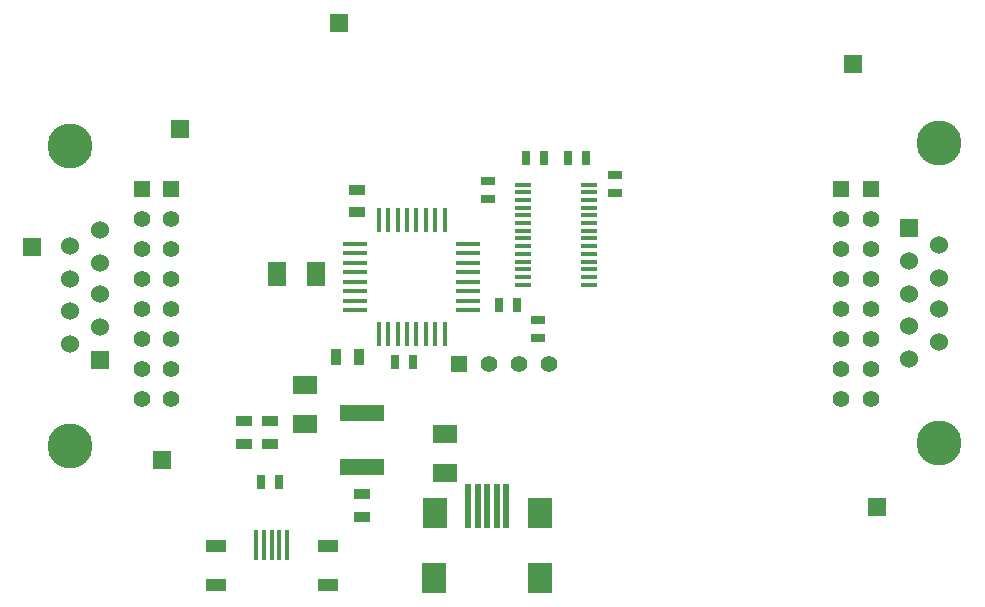
<source format=gbs>
G04 (created by PCBNEW (2013-jul-07)-stable) date śro, 10 cze 2015, 22:30:10*
%MOIN*%
G04 Gerber Fmt 3.4, Leading zero omitted, Abs format*
%FSLAX34Y34*%
G01*
G70*
G90*
G04 APERTURE LIST*
%ADD10C,0.00590551*%
%ADD11R,0.0579X0.0165*%
%ADD12C,0.15*%
%ADD13R,0.06X0.06*%
%ADD14C,0.06*%
%ADD15R,0.08X0.06*%
%ADD16R,0.06X0.08*%
%ADD17R,0.035X0.055*%
%ADD18R,0.055X0.035*%
%ADD19R,0.025X0.045*%
%ADD20R,0.045X0.025*%
%ADD21R,0.0787X0.0177*%
%ADD22R,0.0177X0.0787*%
%ADD23R,0.015748X0.0984252*%
%ADD24R,0.0708661X0.0393701*%
%ADD25R,0.055X0.055*%
%ADD26C,0.055*%
%ADD27R,0.0196X0.145669*%
%ADD28R,0.0787X0.0984*%
%ADD29R,0.15X0.055*%
%ADD30R,0.0590551X0.0590551*%
G04 APERTURE END LIST*
G54D10*
G54D11*
X66397Y-36269D03*
X66397Y-36525D03*
X66397Y-36781D03*
X66397Y-37037D03*
X64195Y-35505D03*
X66397Y-35501D03*
X66397Y-35757D03*
X66397Y-36013D03*
X64193Y-37293D03*
X64193Y-37037D03*
X64193Y-36781D03*
X64193Y-36525D03*
X64193Y-36269D03*
X64193Y-36013D03*
X66397Y-37293D03*
X64195Y-35757D03*
X66397Y-35245D03*
X66397Y-37549D03*
X64193Y-37549D03*
X64193Y-35245D03*
X66397Y-34990D03*
X66397Y-37804D03*
X64193Y-37804D03*
X64193Y-34990D03*
X66397Y-34734D03*
X66397Y-38060D03*
X64193Y-38060D03*
X64193Y-34734D03*
G54D12*
X49106Y-43435D03*
X49106Y-33435D03*
G54D13*
X50106Y-40585D03*
G54D14*
X50106Y-39485D03*
X50106Y-38385D03*
X50106Y-37335D03*
X50106Y-36235D03*
X49106Y-36785D03*
X49106Y-37885D03*
X49106Y-38935D03*
X49106Y-40035D03*
G54D12*
X78059Y-33335D03*
X78059Y-43335D03*
G54D13*
X77059Y-36185D03*
G54D14*
X77059Y-37285D03*
X77059Y-38385D03*
X77059Y-39435D03*
X77059Y-40535D03*
X78059Y-39985D03*
X78059Y-38885D03*
X78059Y-37835D03*
X78059Y-36735D03*
G54D15*
X56929Y-42697D03*
X56929Y-41397D03*
G54D16*
X57303Y-37696D03*
X56003Y-37696D03*
G54D17*
X57971Y-40472D03*
X58721Y-40472D03*
G54D18*
X55748Y-43367D03*
X55748Y-42617D03*
X54881Y-43367D03*
X54881Y-42617D03*
X58661Y-34900D03*
X58661Y-35650D03*
G54D19*
X60536Y-40629D03*
X59936Y-40629D03*
G54D20*
X63031Y-34621D03*
X63031Y-35221D03*
G54D19*
X64306Y-33838D03*
X64906Y-33838D03*
G54D20*
X67244Y-34424D03*
X67244Y-35024D03*
G54D19*
X65684Y-33838D03*
X66284Y-33838D03*
G54D21*
X58596Y-36702D03*
X58596Y-37017D03*
X58596Y-37332D03*
X58596Y-37647D03*
X58596Y-37962D03*
X58596Y-38277D03*
X58596Y-38592D03*
X58596Y-38907D03*
X62362Y-38905D03*
X62362Y-36695D03*
X62362Y-37015D03*
X62362Y-37335D03*
X62362Y-37645D03*
X62362Y-37965D03*
X62362Y-38275D03*
X62362Y-38595D03*
G54D22*
X59380Y-39695D03*
X59694Y-39695D03*
X60010Y-39695D03*
X60324Y-39695D03*
X60640Y-39695D03*
X60954Y-39695D03*
X61270Y-39695D03*
X61584Y-39695D03*
X59382Y-35915D03*
X59692Y-35915D03*
X60012Y-35915D03*
X60322Y-35915D03*
X60632Y-35915D03*
X60952Y-35915D03*
X61272Y-35915D03*
X61592Y-35915D03*
G54D23*
X55807Y-46751D03*
X56062Y-46751D03*
X55295Y-46751D03*
X55551Y-46751D03*
X56318Y-46751D03*
G54D24*
X57696Y-46771D03*
X57696Y-48070D03*
X53956Y-46771D03*
X53956Y-48070D03*
G54D25*
X74803Y-34885D03*
G54D26*
X74803Y-35885D03*
X74803Y-36885D03*
X74803Y-37885D03*
X74803Y-38885D03*
X74803Y-39885D03*
X74803Y-40885D03*
X74803Y-41885D03*
G54D19*
X64000Y-38740D03*
X63400Y-38740D03*
G54D27*
X62992Y-45433D03*
X63307Y-45433D03*
X62362Y-45433D03*
X62677Y-45433D03*
G54D28*
X61221Y-47834D03*
X64763Y-47834D03*
X61260Y-45669D03*
X64763Y-45669D03*
G54D27*
X63622Y-45433D03*
G54D29*
X58818Y-44128D03*
X58818Y-42328D03*
G54D25*
X51476Y-34885D03*
G54D26*
X51476Y-35885D03*
X51476Y-36885D03*
X51476Y-37885D03*
X51476Y-38885D03*
X51476Y-39885D03*
X51476Y-40885D03*
X51476Y-41885D03*
G54D25*
X75787Y-34885D03*
G54D26*
X75787Y-35885D03*
X75787Y-36885D03*
X75787Y-37885D03*
X75787Y-38885D03*
X75787Y-39885D03*
X75787Y-40885D03*
X75787Y-41885D03*
G54D25*
X62043Y-40708D03*
G54D26*
X63043Y-40708D03*
X64043Y-40708D03*
X65043Y-40708D03*
G54D25*
X52460Y-34885D03*
G54D26*
X52460Y-35885D03*
X52460Y-36885D03*
X52460Y-37885D03*
X52460Y-38885D03*
X52460Y-39885D03*
X52460Y-40885D03*
X52460Y-41885D03*
G54D15*
X61574Y-43050D03*
X61574Y-44350D03*
G54D18*
X58818Y-45058D03*
X58818Y-45808D03*
G54D19*
X56048Y-44645D03*
X55448Y-44645D03*
G54D20*
X64685Y-39227D03*
X64685Y-39827D03*
G54D30*
X52755Y-32874D03*
X52165Y-43897D03*
X58070Y-29330D03*
X47834Y-36811D03*
X75984Y-45472D03*
X75196Y-30708D03*
M02*

</source>
